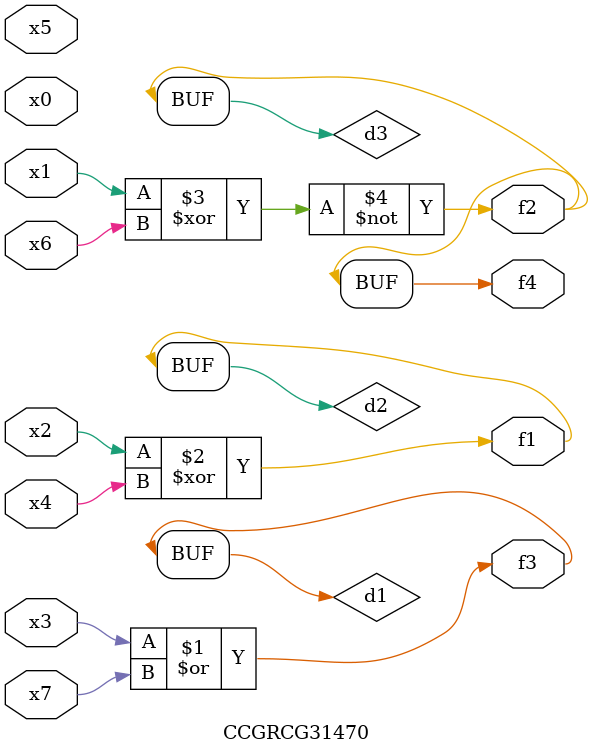
<source format=v>
module CCGRCG31470(
	input x0, x1, x2, x3, x4, x5, x6, x7,
	output f1, f2, f3, f4
);

	wire d1, d2, d3;

	or (d1, x3, x7);
	xor (d2, x2, x4);
	xnor (d3, x1, x6);
	assign f1 = d2;
	assign f2 = d3;
	assign f3 = d1;
	assign f4 = d3;
endmodule

</source>
